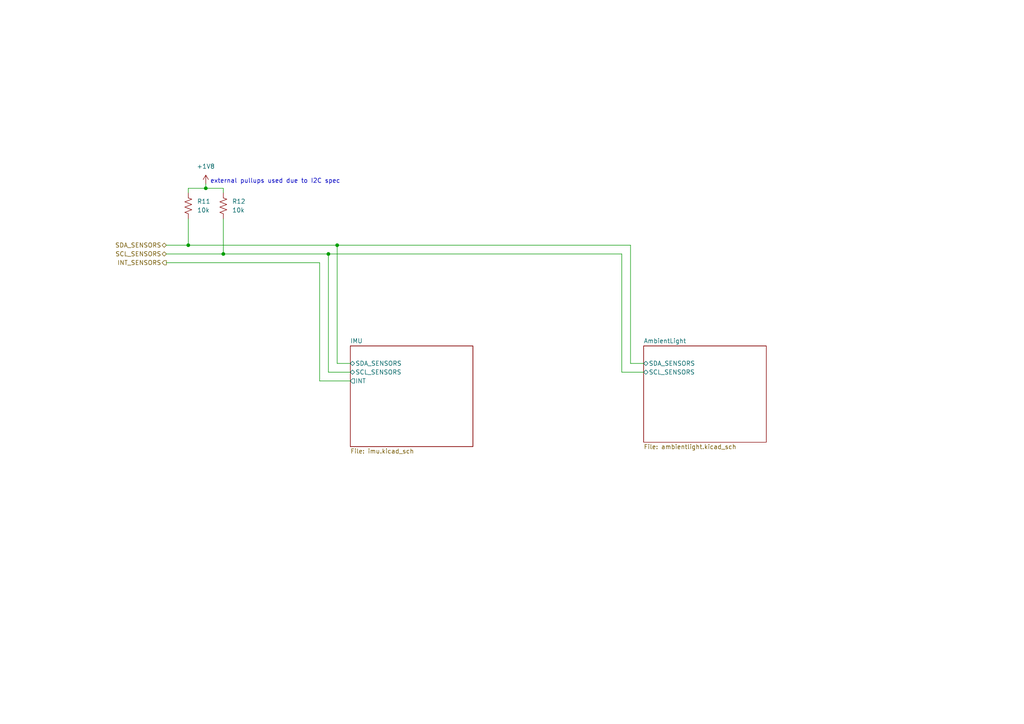
<source format=kicad_sch>
(kicad_sch (version 20230121) (generator eeschema)
  (paper "A4")
  (title_block (title "Sensor Bus") (rev "A") (company "Matthew Mirvish") (comment 1 "MWatch -- a cool smartwatch"))
  (lib_symbols
    (symbol "Device:R_US" (pin_numbers hide) (pin_names (offset 0))
      (property "Reference" "R" (at 2.54 0 90))
      (property "Value" "R_US" (at -2.54 0 90))
      (symbol "R_US_0_1"
        (polyline (pts (xy 0 -2.286) (xy 0 -2.54)))
        (polyline (pts (xy 0 2.286) (xy 0 2.54)))
        (polyline (pts (xy 0 -0.762) (xy 1.016 -1.143) (xy 0 -1.524) (xy -1.016 -1.905) (xy 0 -2.286)))
        (polyline (pts (xy 0 0.762) (xy 1.016 0.381) (xy 0 0) (xy -1.016 -0.381) (xy 0 -0.762)))
        (polyline (pts (xy 0 2.286) (xy 1.016 1.905) (xy 0 1.524) (xy -1.016 1.143) (xy 0 0.762)))
      )
      (symbol "R_US_1_1"
        (pin passive line (at 0 3.81 270) (length 1.27) (name "~") (number "1"))
        (pin passive line (at 0 -3.81 90) (length 1.27) (name "~") (number "2"))
      )
    )
    (symbol "power:+1V8" (power) (pin_names (offset 0))
      (property "Value" "+1V8" (at 0 3.556 0))
      (symbol "+1V8_0_1"
        (polyline (pts (xy -0.762 1.27) (xy 0 2.54)))
        (polyline (pts (xy 0 0) (xy 0 2.54)))
        (polyline (pts (xy 0 2.54) (xy 0.762 1.27)))
      )
      (symbol "+1V8_1_1"
        (pin power_in line (at 0 0 90) (length 0) hide (name "+1V8") (number "1"))
      )
    )
  )
  (junction (at 54.61 71.12))
  (junction (at 64.77 73.66))
  (junction (at 95.25 73.66))
  (junction (at 59.69 54.61))
  (junction (at 97.79 71.12))
  (wire (pts (xy 182.88 105.41) (xy 186.69 105.41)))
  (wire (pts (xy 64.77 54.61) (xy 59.69 54.61)))
  (wire (pts (xy 101.6 105.41) (xy 97.79 105.41)))
  (wire (pts (xy 101.6 107.95) (xy 95.25 107.95)))
  (wire (pts (xy 54.61 63.5) (xy 54.61 71.12)))
  (wire (pts (xy 101.6 110.49) (xy 92.71 110.49)))
  (wire (pts (xy 95.25 107.95) (xy 95.25 73.66)))
  (wire (pts (xy 92.71 76.2) (xy 48.26 76.2)))
  (wire (pts (xy 92.71 110.49) (xy 92.71 76.2)))
  (wire (pts (xy 180.34 107.95) (xy 180.34 73.66)))
  (wire (pts (xy 64.77 63.5) (xy 64.77 73.66)))
  (wire (pts (xy 48.26 71.12) (xy 54.61 71.12)))
  (wire (pts (xy 64.77 55.88) (xy 64.77 54.61)))
  (wire (pts (xy 54.61 54.61) (xy 59.69 54.61)))
  (wire (pts (xy 59.69 54.61) (xy 59.69 53.34)))
  (wire (pts (xy 48.26 73.66) (xy 64.77 73.66)))
  (wire (pts (xy 186.69 107.95) (xy 180.34 107.95)))
  (wire (pts (xy 182.88 71.12) (xy 182.88 105.41)))
  (wire (pts (xy 180.34 73.66) (xy 95.25 73.66)))
  (wire (pts (xy 54.61 71.12) (xy 97.79 71.12)))
  (wire (pts (xy 64.77 73.66) (xy 95.25 73.66)))
  (wire (pts (xy 97.79 105.41) (xy 97.79 71.12)))
  (wire (pts (xy 54.61 55.88) (xy 54.61 54.61)))
  (wire (pts (xy 97.79 71.12) (xy 182.88 71.12)))
  (text "external pullups used due to I2C spec" (at 60.96 53.34 0) (effects (font (size 1.27 1.27)) (justify left bottom)))
  (hierarchical_label "INT_SENSORS" (shape output) (at 48.26 76.2 180))
  (hierarchical_label "SCL_SENSORS" (shape bidirectional) (at 48.26 73.66 180))
  (hierarchical_label "SDA_SENSORS" (shape bidirectional) (at 48.26 71.12 180))
  (symbol (lib_id "power:+1V8") (at 59.69 53.34 0) (unit 1)
    (property "Reference" "#PWR028" (effects hide))
    (property "Value" "+1V8" (at 59.69 48.26 0))
  )
  (symbol (lib_id "Device:R_US") (at 54.61 59.69 0) (unit 1)
    (property "Reference" "R11" (at 57.15 58.4199 0) (effects (justify left)))
    (property "Value" "10k" (at 57.15 60.9599 0) (effects (justify left)))
    (property "Footprint" "Resistor_SMD:R_0201_0603Metric" (effects hide))
    (property "Description" "RES SMD 10KOHM 1% 1/20W 0201" (effects hide))
    (property "MPN" "RC0201FR-0710KL" (effects hide))
  )
  (symbol (lib_id "Device:R_US") (at 64.77 59.69 0) (unit 1)
    (property "Reference" "R12" (at 67.31 58.4199 0) (effects (justify left)))
    (property "Value" "10k" (at 67.31 60.9599 0) (effects (justify left)))
    (property "Footprint" "Resistor_SMD:R_0201_0603Metric" (effects hide))
    (property "Description" "RES SMD 10KOHM 1% 1/20W 0201" (effects hide))
    (property "MPN" "RC0201FR-0710KL" (effects hide))
  )
  (sheet (at 186.69 100.33) (size 35.56 27.94) (stroke (width 0.1524))
    (property "Sheetname" "AmbientLight" (at 186.69 99.6184 0) (effects (justify left bottom)))
    (property "Sheetfile" "ambientlight.kicad_sch" (at 186.69 128.8546 0) (effects (justify left top)))
    (pin "SCL_SENSORS" bidirectional (at 186.69 107.95 180))
    (pin "SDA_SENSORS" bidirectional (at 186.69 105.41 180))
  )
  (sheet (at 101.6 100.33) (size 35.56 29.21) (stroke (width 0.1524))
    (property "Sheetname" "IMU" (at 101.6 99.6184 0) (effects (justify left bottom)))
    (property "Sheetfile" "imu.kicad_sch" (at 101.6 130.1246 0) (effects (justify left top)))
    (pin "SDA_SENSORS" bidirectional (at 101.6 105.41 180))
    (pin "SCL_SENSORS" bidirectional (at 101.6 107.95 180))
    (pin "INT" output (at 101.6 110.49 180))
  )
)
</source>
